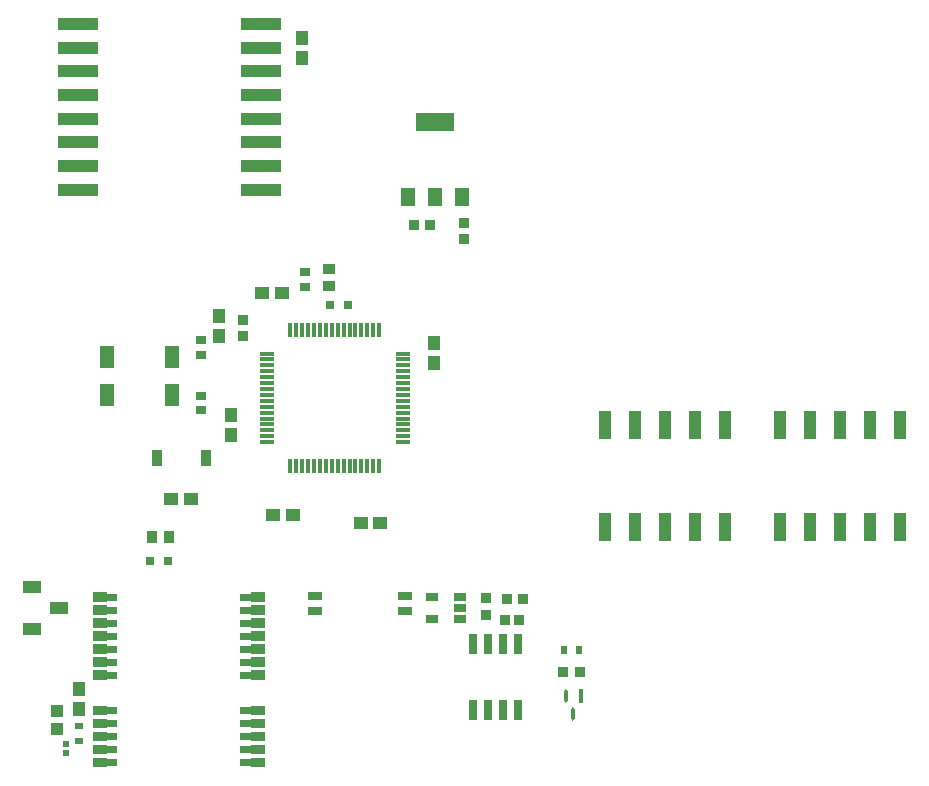
<source format=gtp>
G04*
G04 #@! TF.GenerationSoftware,Altium Limited,Altium Designer,20.2.6 (244)*
G04*
G04 Layer_Color=8421504*
%FSLAX25Y25*%
%MOIN*%
G70*
G04*
G04 #@! TF.SameCoordinates,3B791BB4-AEC8-405A-9348-557AA33B983F*
G04*
G04*
G04 #@! TF.FilePolarity,Positive*
G04*
G01*
G75*
%ADD14R,0.04331X0.04921*%
%ADD15R,0.04560X0.03985*%
%ADD16R,0.04921X0.04331*%
%ADD17R,0.04134X0.03543*%
%ADD18R,0.03740X0.03150*%
%ADD19R,0.03740X0.03347*%
%ADD20R,0.04449X0.09606*%
%ADD21R,0.06299X0.03937*%
%ADD22R,0.05118X0.07480*%
%ADD23R,0.13780X0.03937*%
%ADD24R,0.04724X0.01181*%
%ADD25R,0.01181X0.04724*%
%ADD26R,0.03347X0.02953*%
%ADD27R,0.03150X0.03150*%
%ADD28R,0.05000X0.02992*%
%ADD29R,0.02559X0.06890*%
%ADD30R,0.04331X0.02559*%
%ADD31R,0.03400X0.03788*%
%ADD32R,0.02362X0.03150*%
%ADD33R,0.03788X0.03400*%
%ADD34R,0.01322X0.04583*%
G04:AMPARAMS|DCode=35|XSize=45.83mil|YSize=13.22mil|CornerRadius=6.61mil|HoleSize=0mil|Usage=FLASHONLY|Rotation=270.000|XOffset=0mil|YOffset=0mil|HoleType=Round|Shape=RoundedRectangle|*
%AMROUNDEDRECTD35*
21,1,0.04583,0.00000,0,0,270.0*
21,1,0.03260,0.01322,0,0,270.0*
1,1,0.01322,0.00000,-0.01630*
1,1,0.01322,0.00000,0.01630*
1,1,0.01322,0.00000,0.01630*
1,1,0.01322,0.00000,-0.01630*
%
%ADD35ROUNDEDRECTD35*%
%ADD36R,0.03347X0.03740*%
%ADD37R,0.03347X0.03543*%
%ADD38R,0.04724X0.06299*%
%ADD39R,0.12992X0.06299*%
%ADD40R,0.03740X0.05512*%
%ADD41R,0.03543X0.04134*%
%ADD42R,0.03937X0.04134*%
%ADD43R,0.02047X0.01929*%
%ADD44R,0.03150X0.02362*%
G36*
X79260Y9866D02*
Y13016D01*
X83984D01*
Y12622D01*
X87528D01*
Y10260D01*
X83984D01*
Y9866D01*
X79260D01*
D02*
G37*
G36*
Y14197D02*
Y17346D01*
X83984D01*
Y16953D01*
X87528D01*
Y14591D01*
X83984D01*
Y14197D01*
X79260D01*
D02*
G37*
G36*
Y18528D02*
Y21677D01*
X83984D01*
Y21283D01*
X87528D01*
Y18921D01*
X83984D01*
Y18528D01*
X79260D01*
D02*
G37*
G36*
Y22858D02*
Y26008D01*
X83984D01*
Y25614D01*
X87528D01*
Y23252D01*
X83984D01*
Y22858D01*
X79260D01*
D02*
G37*
G36*
Y27189D02*
Y30339D01*
X83984D01*
Y29945D01*
X87528D01*
Y27583D01*
X83984D01*
Y27189D01*
X79260D01*
D02*
G37*
G36*
Y42150D02*
Y39000D01*
X83984D01*
Y39394D01*
X87528D01*
Y41756D01*
X83984D01*
Y42150D01*
X79260D01*
D02*
G37*
G36*
X136740Y9866D02*
Y13016D01*
X132016D01*
Y12622D01*
X128472D01*
Y10260D01*
X132016D01*
Y9866D01*
X136740D01*
D02*
G37*
G36*
Y14197D02*
Y17346D01*
X132016D01*
Y16953D01*
X128472D01*
Y14591D01*
X132016D01*
Y14197D01*
X136740D01*
D02*
G37*
G36*
Y18528D02*
Y21677D01*
X132016D01*
Y21283D01*
X128472D01*
Y18921D01*
X132016D01*
Y18528D01*
X136740D01*
D02*
G37*
G36*
Y22858D02*
Y26008D01*
X132016D01*
Y25614D01*
X128472D01*
Y23252D01*
X132016D01*
Y22858D01*
X136740D01*
D02*
G37*
G36*
Y27189D02*
Y30339D01*
X132016D01*
Y29945D01*
X128472D01*
Y27583D01*
X132016D01*
Y27189D01*
X136740D01*
D02*
G37*
G36*
Y42150D02*
Y39000D01*
X132016D01*
Y39394D01*
X128472D01*
Y41756D01*
X132016D01*
Y42150D01*
X136740D01*
D02*
G37*
G36*
X79260Y46480D02*
Y43331D01*
X83984D01*
Y43724D01*
X87528D01*
Y46087D01*
X83984D01*
Y46480D01*
X79260D01*
D02*
G37*
G36*
Y50811D02*
Y47661D01*
X83984D01*
Y48055D01*
X87528D01*
Y50417D01*
X83984D01*
Y50811D01*
X79260D01*
D02*
G37*
G36*
Y55142D02*
Y51992D01*
X83984D01*
Y52386D01*
X87528D01*
Y54748D01*
X83984D01*
Y55142D01*
X79260D01*
D02*
G37*
G36*
Y59472D02*
Y56323D01*
X83984D01*
Y56717D01*
X87528D01*
Y59079D01*
X83984D01*
Y59472D01*
X79260D01*
D02*
G37*
G36*
Y63803D02*
Y60654D01*
X83984D01*
Y61047D01*
X87528D01*
Y63410D01*
X83984D01*
Y63803D01*
X79260D01*
D02*
G37*
G36*
Y68134D02*
Y64984D01*
X83984D01*
Y65378D01*
X87528D01*
Y67740D01*
X83984D01*
Y68134D01*
X79260D01*
D02*
G37*
G36*
X136740Y46480D02*
Y43331D01*
X132016D01*
Y43724D01*
X128472D01*
Y46087D01*
X132016D01*
Y46480D01*
X136740D01*
D02*
G37*
G36*
Y50811D02*
Y47661D01*
X132016D01*
Y48055D01*
X128472D01*
Y50417D01*
X132016D01*
Y50811D01*
X136740D01*
D02*
G37*
G36*
Y55142D02*
Y51992D01*
X132016D01*
Y52386D01*
X128472D01*
Y54748D01*
X132016D01*
Y55142D01*
X136740D01*
D02*
G37*
G36*
Y59472D02*
Y56323D01*
X132016D01*
Y56717D01*
X128472D01*
Y59079D01*
X132016D01*
Y59472D01*
X136740D01*
D02*
G37*
G36*
Y63803D02*
Y60654D01*
X132016D01*
Y61047D01*
X128472D01*
Y63410D01*
X132016D01*
Y63803D01*
X136740D01*
D02*
G37*
G36*
Y68134D02*
Y64984D01*
X132016D01*
Y65378D01*
X128472D01*
Y67740D01*
X132016D01*
Y68134D01*
X136740D01*
D02*
G37*
D14*
X192984Y144516D02*
D03*
Y151209D02*
D03*
X121484Y160209D02*
D03*
Y153516D02*
D03*
X149000Y252847D02*
D03*
Y246153D02*
D03*
X125484Y120516D02*
D03*
Y127209D02*
D03*
X74878Y35906D02*
D03*
Y29214D02*
D03*
D15*
X168728Y91362D02*
D03*
X175240D02*
D03*
D16*
X139460Y94085D02*
D03*
X146153D02*
D03*
X135638Y167862D02*
D03*
X142331D02*
D03*
X105291Y99362D02*
D03*
X111984D02*
D03*
D17*
X158000Y170146D02*
D03*
Y175854D02*
D03*
D18*
X149984Y174921D02*
D03*
Y169803D02*
D03*
D19*
X129484Y153705D02*
D03*
Y159020D02*
D03*
X203024Y191429D02*
D03*
Y186115D02*
D03*
D20*
X348500Y90071D02*
D03*
X338500D02*
D03*
X328500D02*
D03*
X318500D02*
D03*
X308500D02*
D03*
Y123929D02*
D03*
X318500D02*
D03*
X328500D02*
D03*
X338500D02*
D03*
X348500D02*
D03*
X290000D02*
D03*
X280000D02*
D03*
X270000D02*
D03*
X260000D02*
D03*
X250000D02*
D03*
Y90071D02*
D03*
X260000D02*
D03*
X270000D02*
D03*
X280000D02*
D03*
X290000D02*
D03*
D21*
X58945Y69890D02*
D03*
Y56110D02*
D03*
X68000Y63000D02*
D03*
D22*
X105811Y134063D02*
D03*
Y146661D02*
D03*
X84158Y134063D02*
D03*
Y146661D02*
D03*
D23*
X135512Y202441D02*
D03*
Y210315D02*
D03*
Y218189D02*
D03*
Y226063D02*
D03*
Y233937D02*
D03*
Y241811D02*
D03*
Y249685D02*
D03*
Y257559D02*
D03*
X74488D02*
D03*
Y249685D02*
D03*
Y241811D02*
D03*
Y233937D02*
D03*
Y226063D02*
D03*
Y218189D02*
D03*
Y210315D02*
D03*
Y202441D02*
D03*
D24*
X137362Y147764D02*
D03*
Y145795D02*
D03*
Y143827D02*
D03*
Y141858D02*
D03*
Y139890D02*
D03*
Y137921D02*
D03*
Y135953D02*
D03*
Y133984D02*
D03*
Y132016D02*
D03*
Y130047D02*
D03*
Y128079D02*
D03*
Y126110D02*
D03*
Y124142D02*
D03*
Y122173D02*
D03*
Y120205D02*
D03*
Y118236D02*
D03*
X182638D02*
D03*
Y120205D02*
D03*
Y122173D02*
D03*
Y124142D02*
D03*
Y126110D02*
D03*
Y128079D02*
D03*
Y130047D02*
D03*
Y132016D02*
D03*
Y133984D02*
D03*
Y135953D02*
D03*
Y137921D02*
D03*
Y139890D02*
D03*
Y141858D02*
D03*
Y143827D02*
D03*
Y145795D02*
D03*
Y147764D02*
D03*
D25*
X145236Y110362D02*
D03*
X147205D02*
D03*
X149173D02*
D03*
X151142D02*
D03*
X153110D02*
D03*
X155079D02*
D03*
X157047D02*
D03*
X159016D02*
D03*
X160984D02*
D03*
X162953D02*
D03*
X164921D02*
D03*
X166890D02*
D03*
X168858D02*
D03*
X170827D02*
D03*
X172795D02*
D03*
X174764D02*
D03*
Y155638D02*
D03*
X172795D02*
D03*
X170827D02*
D03*
X168858D02*
D03*
X166890D02*
D03*
X164921D02*
D03*
X162953D02*
D03*
X160984D02*
D03*
X159016D02*
D03*
X157047D02*
D03*
X155079D02*
D03*
X153110D02*
D03*
X151142D02*
D03*
X149173D02*
D03*
X147205D02*
D03*
X145236D02*
D03*
D26*
X115484Y128862D02*
D03*
Y133783D02*
D03*
Y147402D02*
D03*
Y152323D02*
D03*
D27*
X158547Y164000D02*
D03*
X164452D02*
D03*
X104453Y78500D02*
D03*
X98548D02*
D03*
D28*
X183441Y62000D02*
D03*
Y67000D02*
D03*
X153559D02*
D03*
Y62000D02*
D03*
D29*
X206000Y28976D02*
D03*
X211000D02*
D03*
X216000D02*
D03*
X221000D02*
D03*
X206000Y51024D02*
D03*
X211000D02*
D03*
X216000D02*
D03*
X221000D02*
D03*
D30*
X192276Y59260D02*
D03*
Y66740D02*
D03*
X201724D02*
D03*
Y63000D02*
D03*
Y59260D02*
D03*
D31*
X236128Y41500D02*
D03*
X241872D02*
D03*
D32*
X241559Y49000D02*
D03*
X236441D02*
D03*
D33*
X210500Y60628D02*
D03*
Y66372D02*
D03*
D34*
X242059Y33532D02*
D03*
D35*
X236941D02*
D03*
X239500Y27468D02*
D03*
D36*
X222657Y66000D02*
D03*
X217342D02*
D03*
X186367Y190772D02*
D03*
X191682D02*
D03*
D37*
X221362Y59000D02*
D03*
X216638D02*
D03*
D38*
X184445Y199902D02*
D03*
X193500D02*
D03*
X202555D02*
D03*
D39*
X193500Y225098D02*
D03*
D40*
X100815Y112862D02*
D03*
X117154D02*
D03*
D41*
X99146Y86500D02*
D03*
X104854D02*
D03*
D42*
X67378Y22607D02*
D03*
Y28513D02*
D03*
D43*
X70378Y17749D02*
D03*
Y14560D02*
D03*
D44*
X74878Y23619D02*
D03*
Y18501D02*
D03*
M02*

</source>
